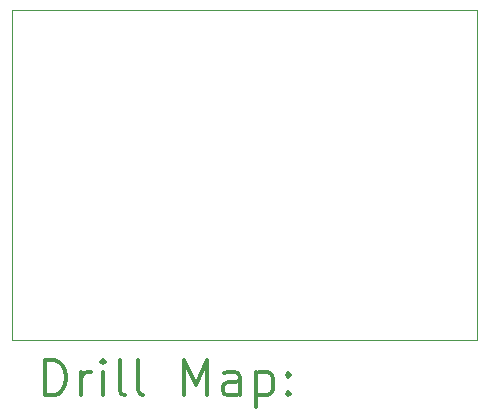
<source format=gbr>
%FSLAX45Y45*%
G04 Gerber Fmt 4.5, Leading zero omitted, Abs format (unit mm)*
G04 Created by KiCad (PCBNEW (5.1.9-0-10_14)) date 2021-05-15 14:26:18*
%MOMM*%
%LPD*%
G01*
G04 APERTURE LIST*
%TA.AperFunction,Profile*%
%ADD10C,0.038100*%
%TD*%
%ADD11C,0.200000*%
%ADD12C,0.300000*%
G04 APERTURE END LIST*
D10*
X-2540000Y-381000D02*
X-2540000Y2413000D01*
X1397000Y-381000D02*
X-2540000Y-381000D01*
X1397000Y2413000D02*
X1397000Y-381000D01*
X-2540000Y2413000D02*
X1397000Y2413000D01*
D11*
D12*
X-2255477Y-848619D02*
X-2255477Y-548619D01*
X-2184048Y-548619D01*
X-2141191Y-562905D01*
X-2112619Y-591477D01*
X-2098334Y-620048D01*
X-2084048Y-677191D01*
X-2084048Y-720048D01*
X-2098334Y-777191D01*
X-2112619Y-805762D01*
X-2141191Y-834334D01*
X-2184048Y-848619D01*
X-2255477Y-848619D01*
X-1955476Y-848619D02*
X-1955476Y-648619D01*
X-1955476Y-705762D02*
X-1941191Y-677191D01*
X-1926905Y-662905D01*
X-1898334Y-648619D01*
X-1869762Y-648619D01*
X-1769762Y-848619D02*
X-1769762Y-648619D01*
X-1769762Y-548619D02*
X-1784048Y-562905D01*
X-1769762Y-577191D01*
X-1755476Y-562905D01*
X-1769762Y-548619D01*
X-1769762Y-577191D01*
X-1584048Y-848619D02*
X-1612619Y-834334D01*
X-1626905Y-805762D01*
X-1626905Y-548619D01*
X-1426905Y-848619D02*
X-1455476Y-834334D01*
X-1469762Y-805762D01*
X-1469762Y-548619D01*
X-1084048Y-848619D02*
X-1084048Y-548619D01*
X-984048Y-762905D01*
X-884048Y-548619D01*
X-884048Y-848619D01*
X-612619Y-848619D02*
X-612619Y-691477D01*
X-626905Y-662905D01*
X-655477Y-648619D01*
X-712619Y-648619D01*
X-741191Y-662905D01*
X-612619Y-834334D02*
X-641191Y-848619D01*
X-712619Y-848619D01*
X-741191Y-834334D01*
X-755476Y-805762D01*
X-755476Y-777191D01*
X-741191Y-748619D01*
X-712619Y-734334D01*
X-641191Y-734334D01*
X-612619Y-720048D01*
X-469762Y-648619D02*
X-469762Y-948619D01*
X-469762Y-662905D02*
X-441191Y-648619D01*
X-384048Y-648619D01*
X-355476Y-662905D01*
X-341191Y-677191D01*
X-326905Y-705762D01*
X-326905Y-791476D01*
X-341191Y-820048D01*
X-355476Y-834334D01*
X-384048Y-848619D01*
X-441191Y-848619D01*
X-469762Y-834334D01*
X-198334Y-820048D02*
X-184048Y-834334D01*
X-198334Y-848619D01*
X-212619Y-834334D01*
X-198334Y-820048D01*
X-198334Y-848619D01*
X-198334Y-662905D02*
X-184048Y-677191D01*
X-198334Y-691477D01*
X-212619Y-677191D01*
X-198334Y-662905D01*
X-198334Y-691477D01*
M02*

</source>
